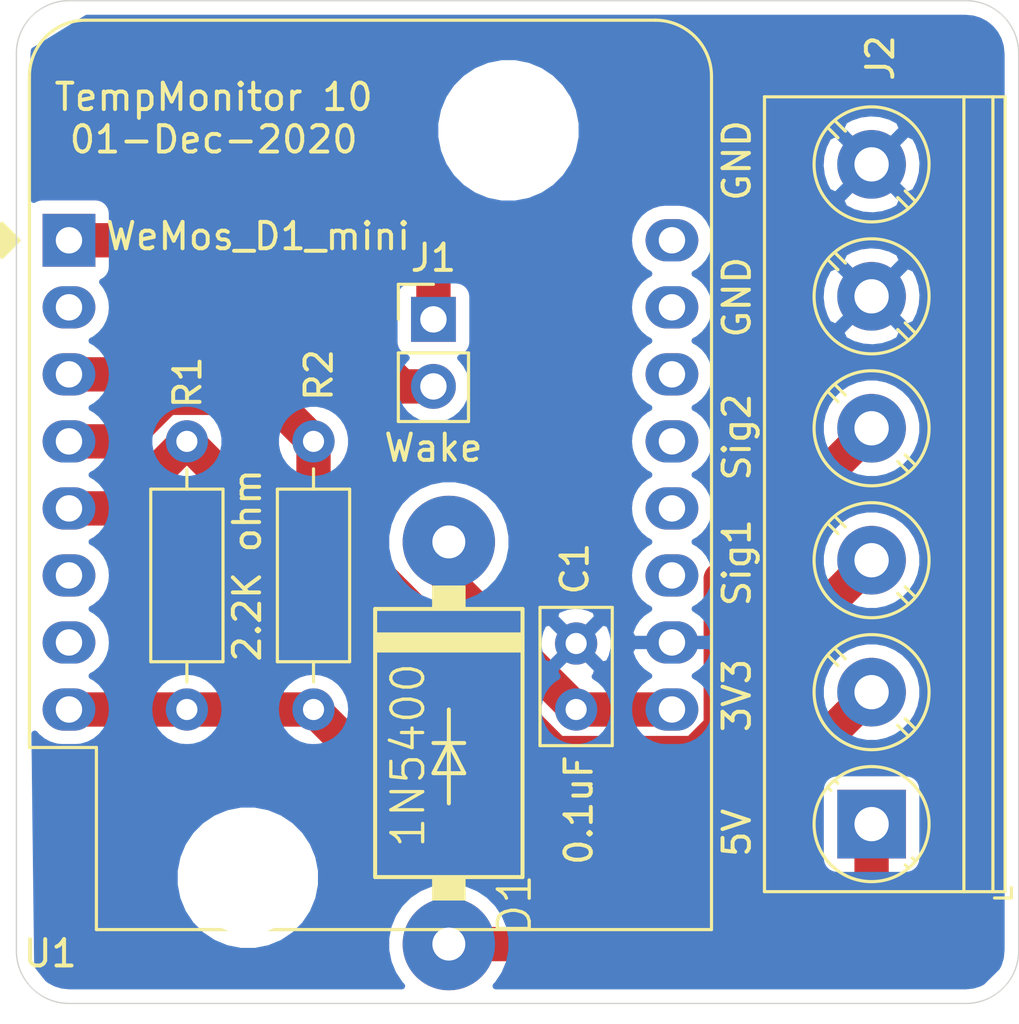
<source format=kicad_pcb>
(kicad_pcb (version 20171130) (host pcbnew "(5.1.2)-2")

  (general
    (thickness 1.6)
    (drawings 15)
    (tracks 39)
    (zones 0)
    (modules 9)
    (nets 18)
  )

  (page A4)
  (layers
    (0 F.Cu signal)
    (31 B.Cu signal)
    (32 B.Adhes user)
    (33 F.Adhes user)
    (34 B.Paste user)
    (35 F.Paste user)
    (36 B.SilkS user)
    (37 F.SilkS user)
    (38 B.Mask user)
    (39 F.Mask user)
    (40 Dwgs.User user)
    (41 Cmts.User user)
    (42 Eco1.User user)
    (43 Eco2.User user)
    (44 Edge.Cuts user)
    (45 Margin user)
    (46 B.CrtYd user)
    (47 F.CrtYd user)
    (48 B.Fab user)
    (49 F.Fab user)
  )

  (setup
    (last_trace_width 1.3)
    (user_trace_width 1.27)
    (user_trace_width 2.032)
    (trace_clearance 0.2)
    (zone_clearance 0.508)
    (zone_45_only no)
    (trace_min 0.2)
    (via_size 0.8)
    (via_drill 0.4)
    (via_min_size 0.4)
    (via_min_drill 0.3)
    (uvia_size 0.3)
    (uvia_drill 0.1)
    (uvias_allowed no)
    (uvia_min_size 0.2)
    (uvia_min_drill 0.1)
    (edge_width 0.05)
    (segment_width 0.2)
    (pcb_text_width 0.3)
    (pcb_text_size 1.5 1.5)
    (mod_edge_width 0.12)
    (mod_text_size 1 1)
    (mod_text_width 0.15)
    (pad_size 1.524 1.524)
    (pad_drill 0.762)
    (pad_to_mask_clearance 0.051)
    (solder_mask_min_width 0.25)
    (aux_axis_origin 0 0)
    (visible_elements 7FFFEFFF)
    (pcbplotparams
      (layerselection 0x010fc_ffffffff)
      (usegerberextensions false)
      (usegerberattributes false)
      (usegerberadvancedattributes false)
      (creategerberjobfile false)
      (excludeedgelayer true)
      (linewidth 0.100000)
      (plotframeref false)
      (viasonmask false)
      (mode 1)
      (useauxorigin false)
      (hpglpennumber 1)
      (hpglpenspeed 20)
      (hpglpendiameter 15.000000)
      (psnegative false)
      (psa4output false)
      (plotreference true)
      (plotvalue true)
      (plotinvisibletext false)
      (padsonsilk false)
      (subtractmaskfromsilk false)
      (outputformat 1)
      (mirror false)
      (drillshape 0)
      (scaleselection 1)
      (outputdirectory "Gerbers/"))
  )

  (net 0 "")
  (net 1 GND)
  (net 2 "Net-(C1-Pad1)")
  (net 3 "Net-(J1-Pad2)")
  (net 4 "Net-(J1-Pad1)")
  (net 5 "Net-(U1-Pad16)")
  (net 6 "Net-(U1-Pad15)")
  (net 7 "Net-(U1-Pad14)")
  (net 8 "Net-(U1-Pad13)")
  (net 9 "Net-(U1-Pad12)")
  (net 10 "Net-(U1-Pad11)")
  (net 11 "Net-(U1-Pad7)")
  (net 12 "Net-(U1-Pad2)")
  (net 13 "Net-(D1-PadA)")
  (net 14 "Net-(U1-Pad6)")
  (net 15 "Net-(J2-Pad4)")
  (net 16 "Net-(J2-Pad3)")
  (net 17 "Net-(J2-Pad2)")

  (net_class Default "This is the default net class."
    (clearance 0.2)
    (trace_width 1.3)
    (via_dia 0.8)
    (via_drill 0.4)
    (uvia_dia 0.3)
    (uvia_drill 0.1)
    (add_net GND)
    (add_net "Net-(C1-Pad1)")
    (add_net "Net-(D1-PadA)")
    (add_net "Net-(J1-Pad1)")
    (add_net "Net-(J1-Pad2)")
    (add_net "Net-(J2-Pad2)")
    (add_net "Net-(J2-Pad3)")
    (add_net "Net-(J2-Pad4)")
    (add_net "Net-(U1-Pad11)")
    (add_net "Net-(U1-Pad12)")
    (add_net "Net-(U1-Pad13)")
    (add_net "Net-(U1-Pad14)")
    (add_net "Net-(U1-Pad15)")
    (add_net "Net-(U1-Pad16)")
    (add_net "Net-(U1-Pad2)")
    (add_net "Net-(U1-Pad6)")
    (add_net "Net-(U1-Pad7)")
  )

  (module Resistor_THT:R_Axial_DIN0207_L6.3mm_D2.5mm_P10.16mm_Horizontal (layer F.Cu) (tedit 5AE5139B) (tstamp 5FC71CBE)
    (at 61.2648 66.7004 270)
    (descr "Resistor, Axial_DIN0207 series, Axial, Horizontal, pin pitch=10.16mm, 0.25W = 1/4W, length*diameter=6.3*2.5mm^2, http://cdn-reichelt.de/documents/datenblatt/B400/1_4W%23YAG.pdf")
    (tags "Resistor Axial_DIN0207 series Axial Horizontal pin pitch 10.16mm 0.25W = 1/4W length 6.3mm diameter 2.5mm")
    (path /5FC85AF0)
    (fp_text reference R2 (at -2.5146 -0.2032 90) (layer F.SilkS)
      (effects (font (size 1 1) (thickness 0.15)))
    )
    (fp_text value "2.2K ohm" (at 4.699 2.5146 90) (layer F.SilkS)
      (effects (font (size 1 1) (thickness 0.15)))
    )
    (fp_text user %R (at 5.08 0 90) (layer F.Fab)
      (effects (font (size 1 1) (thickness 0.15)))
    )
    (fp_line (start 11.21 -1.5) (end -1.05 -1.5) (layer F.CrtYd) (width 0.05))
    (fp_line (start 11.21 1.5) (end 11.21 -1.5) (layer F.CrtYd) (width 0.05))
    (fp_line (start -1.05 1.5) (end 11.21 1.5) (layer F.CrtYd) (width 0.05))
    (fp_line (start -1.05 -1.5) (end -1.05 1.5) (layer F.CrtYd) (width 0.05))
    (fp_line (start 9.12 0) (end 8.35 0) (layer F.SilkS) (width 0.12))
    (fp_line (start 1.04 0) (end 1.81 0) (layer F.SilkS) (width 0.12))
    (fp_line (start 8.35 -1.37) (end 1.81 -1.37) (layer F.SilkS) (width 0.12))
    (fp_line (start 8.35 1.37) (end 8.35 -1.37) (layer F.SilkS) (width 0.12))
    (fp_line (start 1.81 1.37) (end 8.35 1.37) (layer F.SilkS) (width 0.12))
    (fp_line (start 1.81 -1.37) (end 1.81 1.37) (layer F.SilkS) (width 0.12))
    (fp_line (start 10.16 0) (end 8.23 0) (layer F.Fab) (width 0.1))
    (fp_line (start 0 0) (end 1.93 0) (layer F.Fab) (width 0.1))
    (fp_line (start 8.23 -1.25) (end 1.93 -1.25) (layer F.Fab) (width 0.1))
    (fp_line (start 8.23 1.25) (end 8.23 -1.25) (layer F.Fab) (width 0.1))
    (fp_line (start 1.93 1.25) (end 8.23 1.25) (layer F.Fab) (width 0.1))
    (fp_line (start 1.93 -1.25) (end 1.93 1.25) (layer F.Fab) (width 0.1))
    (pad 2 thru_hole oval (at 10.16 0 270) (size 1.6 1.6) (drill 0.8) (layers *.Cu *.Mask)
      (net 17 "Net-(J2-Pad2)"))
    (pad 1 thru_hole circle (at 0 0 270) (size 1.6 1.6) (drill 0.8) (layers *.Cu *.Mask)
      (net 15 "Net-(J2-Pad4)"))
    (model ${KISYS3DMOD}/Resistor_THT.3dshapes/R_Axial_DIN0207_L6.3mm_D2.5mm_P10.16mm_Horizontal.wrl
      (at (xyz 0 0 0))
      (scale (xyz 1 1 1))
      (rotate (xyz 0 0 0))
    )
  )

  (module TerminalBlock_Phoenix:TerminalBlock_Phoenix_PT-1,5-6-5.0-H_1x06_P5.00mm_Horizontal (layer F.Cu) (tedit 5B294F6B) (tstamp 5FC71C7B)
    (at 82.423 81.2038 90)
    (descr "Terminal Block Phoenix PT-1,5-6-5.0-H, 6 pins, pitch 5mm, size 30x9mm^2, drill diamater 1.3mm, pad diameter 2.6mm, see http://www.mouser.com/ds/2/324/ItemDetail_1935161-922578.pdf, script-generated using https://github.com/pointhi/kicad-footprint-generator/scripts/TerminalBlock_Phoenix")
    (tags "THT Terminal Block Phoenix PT-1,5-6-5.0-H pitch 5mm size 30x9mm^2 drill 1.3mm pad 2.6mm")
    (path /5FC837A8)
    (fp_text reference J2 (at 29.0322 0.3302 90) (layer F.SilkS)
      (effects (font (size 1 1) (thickness 0.15)))
    )
    (fp_text value Screw_Terminal_01x06 (at 12.2682 4.1402 90) (layer F.Fab)
      (effects (font (size 1 1) (thickness 0.15)))
    )
    (fp_text user %R (at 12.5 2.9 90) (layer F.Fab)
      (effects (font (size 1 1) (thickness 0.15)))
    )
    (fp_line (start 28 -4.5) (end -3 -4.5) (layer F.CrtYd) (width 0.05))
    (fp_line (start 28 5.5) (end 28 -4.5) (layer F.CrtYd) (width 0.05))
    (fp_line (start -3 5.5) (end 28 5.5) (layer F.CrtYd) (width 0.05))
    (fp_line (start -3 -4.5) (end -3 5.5) (layer F.CrtYd) (width 0.05))
    (fp_line (start -2.8 5.3) (end -2.4 5.3) (layer F.SilkS) (width 0.12))
    (fp_line (start -2.8 4.66) (end -2.8 5.3) (layer F.SilkS) (width 0.12))
    (fp_line (start 23.742 0.992) (end 23.347 1.388) (layer F.SilkS) (width 0.12))
    (fp_line (start 26.388 -1.654) (end 26.008 -1.274) (layer F.SilkS) (width 0.12))
    (fp_line (start 23.993 1.274) (end 23.613 1.654) (layer F.SilkS) (width 0.12))
    (fp_line (start 26.654 -1.388) (end 26.259 -0.992) (layer F.SilkS) (width 0.12))
    (fp_line (start 26.273 -1.517) (end 23.484 1.273) (layer F.Fab) (width 0.1))
    (fp_line (start 26.517 -1.273) (end 23.728 1.517) (layer F.Fab) (width 0.1))
    (fp_line (start 18.742 0.992) (end 18.347 1.388) (layer F.SilkS) (width 0.12))
    (fp_line (start 21.388 -1.654) (end 21.008 -1.274) (layer F.SilkS) (width 0.12))
    (fp_line (start 18.993 1.274) (end 18.613 1.654) (layer F.SilkS) (width 0.12))
    (fp_line (start 21.654 -1.388) (end 21.259 -0.992) (layer F.SilkS) (width 0.12))
    (fp_line (start 21.273 -1.517) (end 18.484 1.273) (layer F.Fab) (width 0.1))
    (fp_line (start 21.517 -1.273) (end 18.728 1.517) (layer F.Fab) (width 0.1))
    (fp_line (start 13.742 0.992) (end 13.347 1.388) (layer F.SilkS) (width 0.12))
    (fp_line (start 16.388 -1.654) (end 16.008 -1.274) (layer F.SilkS) (width 0.12))
    (fp_line (start 13.993 1.274) (end 13.613 1.654) (layer F.SilkS) (width 0.12))
    (fp_line (start 16.654 -1.388) (end 16.259 -0.992) (layer F.SilkS) (width 0.12))
    (fp_line (start 16.273 -1.517) (end 13.484 1.273) (layer F.Fab) (width 0.1))
    (fp_line (start 16.517 -1.273) (end 13.728 1.517) (layer F.Fab) (width 0.1))
    (fp_line (start 8.742 0.992) (end 8.347 1.388) (layer F.SilkS) (width 0.12))
    (fp_line (start 11.388 -1.654) (end 11.008 -1.274) (layer F.SilkS) (width 0.12))
    (fp_line (start 8.993 1.274) (end 8.613 1.654) (layer F.SilkS) (width 0.12))
    (fp_line (start 11.654 -1.388) (end 11.259 -0.992) (layer F.SilkS) (width 0.12))
    (fp_line (start 11.273 -1.517) (end 8.484 1.273) (layer F.Fab) (width 0.1))
    (fp_line (start 11.517 -1.273) (end 8.728 1.517) (layer F.Fab) (width 0.1))
    (fp_line (start 3.742 0.992) (end 3.347 1.388) (layer F.SilkS) (width 0.12))
    (fp_line (start 6.388 -1.654) (end 6.008 -1.274) (layer F.SilkS) (width 0.12))
    (fp_line (start 3.993 1.274) (end 3.613 1.654) (layer F.SilkS) (width 0.12))
    (fp_line (start 6.654 -1.388) (end 6.259 -0.992) (layer F.SilkS) (width 0.12))
    (fp_line (start 6.273 -1.517) (end 3.484 1.273) (layer F.Fab) (width 0.1))
    (fp_line (start 6.517 -1.273) (end 3.728 1.517) (layer F.Fab) (width 0.1))
    (fp_line (start -1.548 1.281) (end -1.654 1.388) (layer F.SilkS) (width 0.12))
    (fp_line (start 1.388 -1.654) (end 1.281 -1.547) (layer F.SilkS) (width 0.12))
    (fp_line (start -1.282 1.547) (end -1.388 1.654) (layer F.SilkS) (width 0.12))
    (fp_line (start 1.654 -1.388) (end 1.547 -1.281) (layer F.SilkS) (width 0.12))
    (fp_line (start 1.273 -1.517) (end -1.517 1.273) (layer F.Fab) (width 0.1))
    (fp_line (start 1.517 -1.273) (end -1.273 1.517) (layer F.Fab) (width 0.1))
    (fp_line (start 27.56 -4.06) (end 27.56 5.06) (layer F.SilkS) (width 0.12))
    (fp_line (start -2.56 -4.06) (end -2.56 5.06) (layer F.SilkS) (width 0.12))
    (fp_line (start -2.56 5.06) (end 27.56 5.06) (layer F.SilkS) (width 0.12))
    (fp_line (start -2.56 -4.06) (end 27.56 -4.06) (layer F.SilkS) (width 0.12))
    (fp_line (start -2.56 3.5) (end 27.56 3.5) (layer F.SilkS) (width 0.12))
    (fp_line (start -2.5 3.5) (end 27.5 3.5) (layer F.Fab) (width 0.1))
    (fp_line (start -2.56 4.6) (end 27.56 4.6) (layer F.SilkS) (width 0.12))
    (fp_line (start -2.5 4.6) (end 27.5 4.6) (layer F.Fab) (width 0.1))
    (fp_line (start -2.5 4.6) (end -2.5 -4) (layer F.Fab) (width 0.1))
    (fp_line (start -2.1 5) (end -2.5 4.6) (layer F.Fab) (width 0.1))
    (fp_line (start 27.5 5) (end -2.1 5) (layer F.Fab) (width 0.1))
    (fp_line (start 27.5 -4) (end 27.5 5) (layer F.Fab) (width 0.1))
    (fp_line (start -2.5 -4) (end 27.5 -4) (layer F.Fab) (width 0.1))
    (fp_circle (center 25 0) (end 27.18 0) (layer F.SilkS) (width 0.12))
    (fp_circle (center 25 0) (end 27 0) (layer F.Fab) (width 0.1))
    (fp_circle (center 20 0) (end 22.18 0) (layer F.SilkS) (width 0.12))
    (fp_circle (center 20 0) (end 22 0) (layer F.Fab) (width 0.1))
    (fp_circle (center 15 0) (end 17.18 0) (layer F.SilkS) (width 0.12))
    (fp_circle (center 15 0) (end 17 0) (layer F.Fab) (width 0.1))
    (fp_circle (center 10 0) (end 12.18 0) (layer F.SilkS) (width 0.12))
    (fp_circle (center 10 0) (end 12 0) (layer F.Fab) (width 0.1))
    (fp_circle (center 5 0) (end 7.18 0) (layer F.SilkS) (width 0.12))
    (fp_circle (center 5 0) (end 7 0) (layer F.Fab) (width 0.1))
    (fp_circle (center 0 0) (end 2.18 0) (layer F.SilkS) (width 0.12))
    (fp_circle (center 0 0) (end 2 0) (layer F.Fab) (width 0.1))
    (pad 6 thru_hole circle (at 25 0 90) (size 2.6 2.6) (drill 1.3) (layers *.Cu *.Mask)
      (net 1 GND))
    (pad 5 thru_hole circle (at 20 0 90) (size 2.6 2.6) (drill 1.3) (layers *.Cu *.Mask)
      (net 1 GND))
    (pad 4 thru_hole circle (at 15 0 90) (size 2.6 2.6) (drill 1.3) (layers *.Cu *.Mask)
      (net 15 "Net-(J2-Pad4)"))
    (pad 3 thru_hole circle (at 10 0 90) (size 2.6 2.6) (drill 1.3) (layers *.Cu *.Mask)
      (net 16 "Net-(J2-Pad3)"))
    (pad 2 thru_hole circle (at 5 0 90) (size 2.6 2.6) (drill 1.3) (layers *.Cu *.Mask)
      (net 17 "Net-(J2-Pad2)"))
    (pad 1 thru_hole rect (at 0 0 90) (size 2.6 2.6) (drill 1.3) (layers *.Cu *.Mask)
      (net 13 "Net-(D1-PadA)"))
    (model ${KISYS3DMOD}/TerminalBlock_Phoenix.3dshapes/TerminalBlock_Phoenix_PT-1,5-6-5.0-H_1x06_P5.00mm_Horizontal.wrl
      (at (xyz 0 0 0))
      (scale (xyz 1 1 1))
      (rotate (xyz 0 0 0))
    )
  )

  (module AAAlibrary:1N5400 (layer F.Cu) (tedit 5DFAB2C1) (tstamp 5FC7078D)
    (at 66.3956 78.1304 270)
    (descr "<B>DIODE</B><p>\ndiameter 5.6 mm, horizontal, grid 15.24 mm")
    (path /5FC7B5C9)
    (fp_text reference D1 (at 4.8768 -3.2004 90) (layer F.SilkS)
      (effects (font (size 1.2065 1.2065) (thickness 0.127)) (justify right bottom))
    )
    (fp_text value 1N5400 (at -3.1242 0.8382 90) (layer F.SilkS)
      (effects (font (size 1.2065 1.2065) (thickness 0.127)) (justify right bottom))
    )
    (fp_line (start -1.27 0) (end 0 0) (layer F.SilkS) (width 0.1524))
    (fp_line (start 0 -0.5842) (end 0 0) (layer F.SilkS) (width 0.1524))
    (fp_line (start 0 0) (end 1.143 -0.5842) (layer F.SilkS) (width 0.1524))
    (fp_line (start 1.143 -0.5842) (end 1.143 0.5842) (layer F.SilkS) (width 0.1524))
    (fp_line (start 1.143 0.5842) (end 0 0) (layer F.SilkS) (width 0.1524))
    (fp_line (start 0 0) (end 2.286 0) (layer F.SilkS) (width 0.1524))
    (fp_line (start 0 0) (end 0 0.5842) (layer F.SilkS) (width 0.1524))
    (fp_line (start -5.08 2.794) (end -5.08 -2.794) (layer F.SilkS) (width 0.1524))
    (fp_line (start 5.08 -2.794) (end 5.08 2.794) (layer F.SilkS) (width 0.1524))
    (fp_line (start -5.08 -2.794) (end 5.08 -2.794) (layer F.SilkS) (width 0.1524))
    (fp_line (start 5.08 2.794) (end -5.08 2.794) (layer F.SilkS) (width 0.1524))
    (fp_line (start 7.62 0) (end 6.223 0) (layer F.Fab) (width 1.27))
    (fp_line (start -7.62 0) (end -6.223 0) (layer F.Fab) (width 1.27))
    (fp_poly (pts (xy -4.191 2.794) (xy -3.429 2.794) (xy -3.429 -2.794) (xy -4.191 -2.794)) (layer F.SilkS) (width 0))
    (fp_poly (pts (xy -5.969 0.635) (xy -5.08 0.635) (xy -5.08 -0.635) (xy -5.969 -0.635)) (layer F.SilkS) (width 0))
    (fp_poly (pts (xy 5.08 0.635) (xy 5.969 0.635) (xy 5.969 -0.635) (xy 5.08 -0.635)) (layer F.SilkS) (width 0))
    (pad C thru_hole circle (at -7.62 0 270) (size 3.5 3.5) (drill 1.25) (layers *.Cu *.Mask)
      (net 2 "Net-(C1-Pad1)") (solder_mask_margin 0.1016))
    (pad A thru_hole circle (at 7.62 0 270) (size 3.5 3.5) (drill 1.25) (layers *.Cu *.Mask)
      (net 13 "Net-(D1-PadA)") (solder_mask_margin 0.1016))
  )

  (module MountingHole:MountingHole_4.3mm_M4 (layer F.Cu) (tedit 56D1B4CB) (tstamp 5FC7007E)
    (at 58.7756 83.2358)
    (descr "Mounting Hole 4.3mm, no annular, M4")
    (tags "mounting hole 4.3mm no annular m4")
    (attr virtual)
    (fp_text reference "" (at 0 -5.3) (layer F.SilkS) hide
      (effects (font (size 1 1) (thickness 0.15)))
    )
    (fp_text value "" (at 0 5.3) (layer F.Fab)
      (effects (font (size 1 1) (thickness 0.15)))
    )
    (fp_circle (center 0 0) (end 4.55 0) (layer F.CrtYd) (width 0.05))
    (fp_circle (center 0 0) (end 4.3 0) (layer Cmts.User) (width 0.15))
    (fp_text user %R (at 0.3 0) (layer F.Fab)
      (effects (font (size 1 1) (thickness 0.15)))
    )
    (pad 1 np_thru_hole circle (at 0 0) (size 4.3 4.3) (drill 4.3) (layers *.Cu *.Mask))
  )

  (module Connector_PinHeader_2.54mm:PinHeader_1x02_P2.54mm_Vertical (layer F.Cu) (tedit 59FED5CC) (tstamp 5FC6F9F9)
    (at 65.8114 62.0776)
    (descr "Through hole straight pin header, 1x02, 2.54mm pitch, single row")
    (tags "Through hole pin header THT 1x02 2.54mm single row")
    (path /5FBEBF68)
    (fp_text reference J1 (at 0 -2.33) (layer F.SilkS)
      (effects (font (size 1 1) (thickness 0.15)))
    )
    (fp_text value Wake (at 0 4.87) (layer F.SilkS)
      (effects (font (size 1 1) (thickness 0.15)))
    )
    (fp_text user %R (at 0 1.27 90) (layer F.Fab)
      (effects (font (size 1 1) (thickness 0.15)))
    )
    (fp_line (start 1.8 -1.8) (end -1.8 -1.8) (layer F.CrtYd) (width 0.05))
    (fp_line (start 1.8 4.35) (end 1.8 -1.8) (layer F.CrtYd) (width 0.05))
    (fp_line (start -1.8 4.35) (end 1.8 4.35) (layer F.CrtYd) (width 0.05))
    (fp_line (start -1.8 -1.8) (end -1.8 4.35) (layer F.CrtYd) (width 0.05))
    (fp_line (start -1.33 -1.33) (end 0 -1.33) (layer F.SilkS) (width 0.12))
    (fp_line (start -1.33 0) (end -1.33 -1.33) (layer F.SilkS) (width 0.12))
    (fp_line (start -1.33 1.27) (end 1.33 1.27) (layer F.SilkS) (width 0.12))
    (fp_line (start 1.33 1.27) (end 1.33 3.87) (layer F.SilkS) (width 0.12))
    (fp_line (start -1.33 1.27) (end -1.33 3.87) (layer F.SilkS) (width 0.12))
    (fp_line (start -1.33 3.87) (end 1.33 3.87) (layer F.SilkS) (width 0.12))
    (fp_line (start -1.27 -0.635) (end -0.635 -1.27) (layer F.Fab) (width 0.1))
    (fp_line (start -1.27 3.81) (end -1.27 -0.635) (layer F.Fab) (width 0.1))
    (fp_line (start 1.27 3.81) (end -1.27 3.81) (layer F.Fab) (width 0.1))
    (fp_line (start 1.27 -1.27) (end 1.27 3.81) (layer F.Fab) (width 0.1))
    (fp_line (start -0.635 -1.27) (end 1.27 -1.27) (layer F.Fab) (width 0.1))
    (pad 2 thru_hole oval (at 0 2.54) (size 1.7 1.7) (drill 1) (layers *.Cu *.Mask)
      (net 3 "Net-(J1-Pad2)"))
    (pad 1 thru_hole rect (at 0 0) (size 1.7 1.7) (drill 1) (layers *.Cu *.Mask)
      (net 4 "Net-(J1-Pad1)"))
    (model ${KISYS3DMOD}/Connector_PinHeader_2.54mm.3dshapes/PinHeader_1x02_P2.54mm_Vertical.wrl
      (at (xyz 0 0 0))
      (scale (xyz 1 1 1))
      (rotate (xyz 0 0 0))
    )
  )

  (module Resistor_THT:R_Axial_DIN0207_L6.3mm_D2.5mm_P10.16mm_Horizontal (layer F.Cu) (tedit 5AE5139B) (tstamp 5FC5F80A)
    (at 56.4642 66.7004 270)
    (descr "Resistor, Axial_DIN0207 series, Axial, Horizontal, pin pitch=10.16mm, 0.25W = 1/4W, length*diameter=6.3*2.5mm^2, http://cdn-reichelt.de/documents/datenblatt/B400/1_4W%23YAG.pdf")
    (tags "Resistor Axial_DIN0207 series Axial Horizontal pin pitch 10.16mm 0.25W = 1/4W length 6.3mm diameter 2.5mm")
    (path /5E979D41)
    (fp_text reference R1 (at -2.2352 -0.0254 90) (layer F.SilkS)
      (effects (font (size 1 1) (thickness 0.15)))
    )
    (fp_text value "2.2K ohm" (at 4.7244 2.37 90) (layer F.Fab)
      (effects (font (size 1 1) (thickness 0.15)))
    )
    (fp_text user %R (at 5.08 0 90) (layer F.Fab)
      (effects (font (size 1 1) (thickness 0.15)))
    )
    (fp_line (start 11.21 -1.5) (end -1.05 -1.5) (layer F.CrtYd) (width 0.05))
    (fp_line (start 11.21 1.5) (end 11.21 -1.5) (layer F.CrtYd) (width 0.05))
    (fp_line (start -1.05 1.5) (end 11.21 1.5) (layer F.CrtYd) (width 0.05))
    (fp_line (start -1.05 -1.5) (end -1.05 1.5) (layer F.CrtYd) (width 0.05))
    (fp_line (start 9.12 0) (end 8.35 0) (layer F.SilkS) (width 0.12))
    (fp_line (start 1.04 0) (end 1.81 0) (layer F.SilkS) (width 0.12))
    (fp_line (start 8.35 -1.37) (end 1.81 -1.37) (layer F.SilkS) (width 0.12))
    (fp_line (start 8.35 1.37) (end 8.35 -1.37) (layer F.SilkS) (width 0.12))
    (fp_line (start 1.81 1.37) (end 8.35 1.37) (layer F.SilkS) (width 0.12))
    (fp_line (start 1.81 -1.37) (end 1.81 1.37) (layer F.SilkS) (width 0.12))
    (fp_line (start 10.16 0) (end 8.23 0) (layer F.Fab) (width 0.1))
    (fp_line (start 0 0) (end 1.93 0) (layer F.Fab) (width 0.1))
    (fp_line (start 8.23 -1.25) (end 1.93 -1.25) (layer F.Fab) (width 0.1))
    (fp_line (start 8.23 1.25) (end 8.23 -1.25) (layer F.Fab) (width 0.1))
    (fp_line (start 1.93 1.25) (end 8.23 1.25) (layer F.Fab) (width 0.1))
    (fp_line (start 1.93 -1.25) (end 1.93 1.25) (layer F.Fab) (width 0.1))
    (pad 2 thru_hole oval (at 10.16 0 270) (size 1.6 1.6) (drill 0.8) (layers *.Cu *.Mask)
      (net 17 "Net-(J2-Pad2)"))
    (pad 1 thru_hole circle (at 0 0 270) (size 1.6 1.6) (drill 0.8) (layers *.Cu *.Mask)
      (net 16 "Net-(J2-Pad3)"))
    (model ${KISYS3DMOD}/Resistor_THT.3dshapes/R_Axial_DIN0207_L6.3mm_D2.5mm_P10.16mm_Horizontal.wrl
      (at (xyz 0 0 0))
      (scale (xyz 1 1 1))
      (rotate (xyz 0 0 0))
    )
  )

  (module Module:WEMOS_D1_mini_light (layer F.Cu) (tedit 5BBFB1CE) (tstamp 5FBDF3E4)
    (at 51.9938 59.0804)
    (descr "16-pin module, column spacing 22.86 mm (900 mils), https://wiki.wemos.cc/products:d1:d1_mini, https://c1.staticflickr.com/1/734/31400410271_f278b087db_z.jpg")
    (tags "ESP8266 WiFi microcontroller")
    (path /5FC00F87)
    (fp_text reference U1 (at -0.7112 27.0256) (layer F.SilkS)
      (effects (font (size 1 1) (thickness 0.15)))
    )
    (fp_text value WeMos_D1_mini (at 7.1628 -0.1524) (layer F.SilkS)
      (effects (font (size 1 1) (thickness 0.15)))
    )
    (fp_text user "No copper" (at 11.43 -3.81) (layer Cmts.User)
      (effects (font (size 1 1) (thickness 0.15)))
    )
    (fp_text user "KEEP OUT" (at 11.43 -6.35) (layer Cmts.User)
      (effects (font (size 1 1) (thickness 0.15)))
    )
    (fp_arc (start 22.23 -6.21) (end 24.36 -6.21) (angle -90) (layer F.SilkS) (width 0.12))
    (fp_arc (start 0.63 -6.21) (end 0.63 -8.34) (angle -90) (layer F.SilkS) (width 0.12))
    (fp_line (start 1.04 19.22) (end 1.04 26.12) (layer F.SilkS) (width 0.12))
    (fp_line (start -1.5 19.22) (end 1.04 19.22) (layer F.SilkS) (width 0.12))
    (fp_arc (start 22.23 -6.21) (end 24.23 -6.19) (angle -90) (layer F.Fab) (width 0.1))
    (fp_arc (start 0.63 -6.21) (end 0.63 -8.21) (angle -90) (layer F.Fab) (width 0.1))
    (fp_line (start -0.37 0) (end -1.37 -1) (layer F.Fab) (width 0.1))
    (fp_line (start -1.37 1) (end -0.37 0) (layer F.Fab) (width 0.1))
    (fp_line (start -1.37 -6.21) (end -1.37 -1) (layer F.Fab) (width 0.1))
    (fp_line (start 1.17 19.09) (end 1.17 25.99) (layer F.Fab) (width 0.1))
    (fp_line (start -1.37 19.09) (end 1.17 19.09) (layer F.Fab) (width 0.1))
    (fp_line (start -1.35 -7.4) (end -0.55 -8.2) (layer Dwgs.User) (width 0.1))
    (fp_line (start -1.3 -5.45) (end 1.45 -8.2) (layer Dwgs.User) (width 0.1))
    (fp_line (start -1.35 -3.4) (end 3.45 -8.2) (layer Dwgs.User) (width 0.1))
    (fp_line (start 22.65 -1.4) (end 24.25 -3) (layer Dwgs.User) (width 0.1))
    (fp_line (start 20.65 -1.4) (end 24.25 -5) (layer Dwgs.User) (width 0.1))
    (fp_line (start 18.65 -1.4) (end 24.25 -7) (layer Dwgs.User) (width 0.1))
    (fp_line (start 16.65 -1.4) (end 23.45 -8.2) (layer Dwgs.User) (width 0.1))
    (fp_line (start 14.65 -1.4) (end 21.45 -8.2) (layer Dwgs.User) (width 0.1))
    (fp_line (start 12.65 -1.4) (end 19.45 -8.2) (layer Dwgs.User) (width 0.1))
    (fp_line (start 10.65 -1.4) (end 17.45 -8.2) (layer Dwgs.User) (width 0.1))
    (fp_line (start 8.65 -1.4) (end 15.45 -8.2) (layer Dwgs.User) (width 0.1))
    (fp_line (start 6.65 -1.4) (end 13.45 -8.2) (layer Dwgs.User) (width 0.1))
    (fp_line (start 4.65 -1.4) (end 11.45 -8.2) (layer Dwgs.User) (width 0.1))
    (fp_line (start 2.65 -1.4) (end 9.45 -8.2) (layer Dwgs.User) (width 0.1))
    (fp_line (start 0.65 -1.4) (end 7.45 -8.2) (layer Dwgs.User) (width 0.1))
    (fp_line (start -1.35 -1.4) (end 5.45 -8.2) (layer Dwgs.User) (width 0.1))
    (fp_line (start -1.35 -8.2) (end -1.35 -1.4) (layer Dwgs.User) (width 0.1))
    (fp_line (start 24.25 -8.2) (end -1.35 -8.2) (layer Dwgs.User) (width 0.1))
    (fp_line (start 24.25 -1.4) (end 24.25 -8.2) (layer Dwgs.User) (width 0.1))
    (fp_line (start -1.35 -1.4) (end 24.25 -1.4) (layer Dwgs.User) (width 0.1))
    (fp_poly (pts (xy -2.54 -0.635) (xy -2.54 0.635) (xy -1.905 0)) (layer F.SilkS) (width 0.15))
    (fp_line (start -1.62 26.24) (end -1.62 -8.46) (layer F.CrtYd) (width 0.05))
    (fp_line (start 24.48 26.24) (end -1.62 26.24) (layer F.CrtYd) (width 0.05))
    (fp_line (start 24.48 -8.41) (end 24.48 26.24) (layer F.CrtYd) (width 0.05))
    (fp_line (start -1.62 -8.46) (end 24.48 -8.46) (layer F.CrtYd) (width 0.05))
    (fp_text user %R (at 20.3708 3.0734) (layer F.Fab)
      (effects (font (size 1 1) (thickness 0.15)))
    )
    (fp_line (start -1.37 1) (end -1.37 19.09) (layer F.Fab) (width 0.1))
    (fp_line (start 22.23 -8.21) (end 0.63 -8.21) (layer F.Fab) (width 0.1))
    (fp_line (start 24.23 25.99) (end 24.23 -6.21) (layer F.Fab) (width 0.1))
    (fp_line (start 1.17 25.99) (end 24.23 25.99) (layer F.Fab) (width 0.1))
    (fp_line (start 22.24 -8.34) (end 0.63 -8.34) (layer F.SilkS) (width 0.12))
    (fp_line (start 24.36 26.12) (end 24.36 -6.21) (layer F.SilkS) (width 0.12))
    (fp_line (start -1.5 19.22) (end -1.5 -6.21) (layer F.SilkS) (width 0.12))
    (fp_line (start 1.04 26.12) (end 24.36 26.12) (layer F.SilkS) (width 0.12))
    (pad 16 thru_hole oval (at 22.86 0) (size 2 1.6) (drill 1) (layers *.Cu *.Mask)
      (net 5 "Net-(U1-Pad16)"))
    (pad 15 thru_hole oval (at 22.86 2.54) (size 2 1.6) (drill 1) (layers *.Cu *.Mask)
      (net 6 "Net-(U1-Pad15)"))
    (pad 14 thru_hole oval (at 22.86 5.08) (size 2 1.6) (drill 1) (layers *.Cu *.Mask)
      (net 7 "Net-(U1-Pad14)"))
    (pad 13 thru_hole oval (at 22.86 7.62) (size 2 1.6) (drill 1) (layers *.Cu *.Mask)
      (net 8 "Net-(U1-Pad13)"))
    (pad 12 thru_hole oval (at 22.86 10.16) (size 2 1.6) (drill 1) (layers *.Cu *.Mask)
      (net 9 "Net-(U1-Pad12)"))
    (pad 11 thru_hole oval (at 22.86 12.7) (size 2 1.6) (drill 1) (layers *.Cu *.Mask)
      (net 10 "Net-(U1-Pad11)"))
    (pad 10 thru_hole oval (at 22.86 15.24) (size 2 1.6) (drill 1) (layers *.Cu *.Mask)
      (net 1 GND))
    (pad 9 thru_hole oval (at 22.86 17.78) (size 2 1.6) (drill 1) (layers *.Cu *.Mask)
      (net 2 "Net-(C1-Pad1)"))
    (pad 8 thru_hole oval (at 0 17.78) (size 2 1.6) (drill 1) (layers *.Cu *.Mask)
      (net 17 "Net-(J2-Pad2)"))
    (pad 7 thru_hole oval (at 0 15.24) (size 2 1.6) (drill 1) (layers *.Cu *.Mask)
      (net 11 "Net-(U1-Pad7)"))
    (pad 6 thru_hole oval (at 0 12.7) (size 2 1.6) (drill 1) (layers *.Cu *.Mask)
      (net 14 "Net-(U1-Pad6)"))
    (pad 5 thru_hole oval (at 0 10.16) (size 2 1.6) (drill 1) (layers *.Cu *.Mask)
      (net 16 "Net-(J2-Pad3)"))
    (pad 4 thru_hole oval (at 0 7.62) (size 2 1.6) (drill 1) (layers *.Cu *.Mask)
      (net 15 "Net-(J2-Pad4)"))
    (pad 3 thru_hole oval (at 0 5.08) (size 2 1.6) (drill 1) (layers *.Cu *.Mask)
      (net 3 "Net-(J1-Pad2)"))
    (pad 1 thru_hole rect (at 0 0) (size 2 2) (drill 1) (layers *.Cu *.Mask)
      (net 4 "Net-(J1-Pad1)"))
    (pad 2 thru_hole oval (at 0 2.54) (size 2 1.6) (drill 1) (layers *.Cu *.Mask)
      (net 12 "Net-(U1-Pad2)"))
    (model ${KISYS3DMOD}/Module.3dshapes/WEMOS_D1_mini_light.wrl
      (at (xyz 0 0 0))
      (scale (xyz 1 1 1))
      (rotate (xyz 0 0 0))
    )
    (model ${KISYS3DMOD}/Connector_PinHeader_2.54mm.3dshapes/PinHeader_1x08_P2.54mm_Vertical.wrl
      (offset (xyz 0 0 9.5))
      (scale (xyz 1 1 1))
      (rotate (xyz 0 -180 0))
    )
    (model ${KISYS3DMOD}/Connector_PinHeader_2.54mm.3dshapes/PinHeader_1x08_P2.54mm_Vertical.wrl
      (offset (xyz 22.86 0 9.5))
      (scale (xyz 1 1 1))
      (rotate (xyz 0 -180 0))
    )
    (model ${KISYS3DMOD}/Connector_PinSocket_2.54mm.3dshapes/PinSocket_1x08_P2.54mm_Vertical.wrl
      (at (xyz 0 0 0))
      (scale (xyz 1 1 1))
      (rotate (xyz 0 0 0))
    )
    (model ${KISYS3DMOD}/Connector_PinSocket_2.54mm.3dshapes/PinSocket_1x08_P2.54mm_Vertical.wrl
      (offset (xyz 22.86 0 0))
      (scale (xyz 1 1 1))
      (rotate (xyz 0 0 0))
    )
  )

  (module Capacitor_THT:C_Disc_D5.0mm_W2.5mm_P2.50mm (layer F.Cu) (tedit 5AE50EF0) (tstamp 5FA85AAB)
    (at 71.2216 76.8604 90)
    (descr "C, Disc series, Radial, pin pitch=2.50mm, , diameter*width=5*2.5mm^2, Capacitor, http://cdn-reichelt.de/documents/datenblatt/B300/DS_KERKO_TC.pdf")
    (tags "C Disc series Radial pin pitch 2.50mm  diameter 5mm width 2.5mm Capacitor")
    (path /5E0A401E)
    (fp_text reference C1 (at 5.334 -0.0508 90) (layer F.SilkS)
      (effects (font (size 1 1) (thickness 0.15)))
    )
    (fp_text value 0.1uF (at -3.81 0.1016 90) (layer F.SilkS)
      (effects (font (size 1 1) (thickness 0.15)))
    )
    (fp_text user %R (at 1.25 0 90) (layer F.Fab)
      (effects (font (size 1 1) (thickness 0.15)))
    )
    (fp_line (start 4 -1.5) (end -1.5 -1.5) (layer F.CrtYd) (width 0.05))
    (fp_line (start 4 1.5) (end 4 -1.5) (layer F.CrtYd) (width 0.05))
    (fp_line (start -1.5 1.5) (end 4 1.5) (layer F.CrtYd) (width 0.05))
    (fp_line (start -1.5 -1.5) (end -1.5 1.5) (layer F.CrtYd) (width 0.05))
    (fp_line (start 3.87 -1.37) (end 3.87 1.37) (layer F.SilkS) (width 0.12))
    (fp_line (start -1.37 -1.37) (end -1.37 1.37) (layer F.SilkS) (width 0.12))
    (fp_line (start -1.37 1.37) (end 3.87 1.37) (layer F.SilkS) (width 0.12))
    (fp_line (start -1.37 -1.37) (end 3.87 -1.37) (layer F.SilkS) (width 0.12))
    (fp_line (start 3.75 -1.25) (end -1.25 -1.25) (layer F.Fab) (width 0.1))
    (fp_line (start 3.75 1.25) (end 3.75 -1.25) (layer F.Fab) (width 0.1))
    (fp_line (start -1.25 1.25) (end 3.75 1.25) (layer F.Fab) (width 0.1))
    (fp_line (start -1.25 -1.25) (end -1.25 1.25) (layer F.Fab) (width 0.1))
    (pad 2 thru_hole circle (at 2.5 0 90) (size 1.6 1.6) (drill 0.8) (layers *.Cu *.Mask)
      (net 1 GND))
    (pad 1 thru_hole circle (at 0 0 90) (size 1.6 1.6) (drill 0.8) (layers *.Cu *.Mask)
      (net 2 "Net-(C1-Pad1)"))
    (model ${KISYS3DMOD}/Capacitor_THT.3dshapes/C_Disc_D5.0mm_W2.5mm_P2.50mm.wrl
      (at (xyz 0 0 0))
      (scale (xyz 1 1 1))
      (rotate (xyz 0 0 0))
    )
  )

  (module MountingHole:MountingHole_4.3mm_M4 (layer F.Cu) (tedit 56D1B4CB) (tstamp 5EBA22C1)
    (at 68.6562 54.9148)
    (descr "Mounting Hole 4.3mm, no annular, M4")
    (tags "mounting hole 4.3mm no annular m4")
    (attr virtual)
    (fp_text reference "" (at 0 -5.3) (layer F.SilkS) hide
      (effects (font (size 1 1) (thickness 0.15)))
    )
    (fp_text value "" (at 0 5.3) (layer F.Fab)
      (effects (font (size 1 1) (thickness 0.15)))
    )
    (fp_text user %R (at 0.3 0) (layer F.Fab)
      (effects (font (size 1 1) (thickness 0.15)))
    )
    (fp_circle (center 0 0) (end 4.3 0) (layer Cmts.User) (width 0.15))
    (fp_circle (center 0 0) (end 4.55 0) (layer F.CrtYd) (width 0.05))
    (pad 1 np_thru_hole circle (at 0 0) (size 4.3 4.3) (drill 4.3) (layers *.Cu *.Mask))
  )

  (gr_text Sig1 (at 77.3176 71.2978 90) (layer F.SilkS) (tstamp 5FC71E8B)
    (effects (font (size 1 1) (thickness 0.15)))
  )
  (gr_text 5V (at 77.3176 81.534 90) (layer F.SilkS) (tstamp 5FC70FC9)
    (effects (font (size 1 1) (thickness 0.15)))
  )
  (gr_text 3V3 (at 77.3176 76.327 90) (layer F.SilkS) (tstamp 5FC70FC5)
    (effects (font (size 1 1) (thickness 0.15)))
  )
  (gr_text Sig2 (at 77.3176 66.538755 90) (layer F.SilkS) (tstamp 5FC70FC1)
    (effects (font (size 1 1) (thickness 0.15)))
  )
  (gr_text GND (at 77.3176 61.238754 90) (layer F.SilkS) (tstamp 5FC70FBF)
    (effects (font (size 1 1) (thickness 0.15)))
  )
  (gr_text GND (at 77.3176 56.0578 90) (layer F.SilkS) (tstamp 5FA8BAE7)
    (effects (font (size 1 1) (thickness 0.15)))
  )
  (gr_arc (start 52 52) (end 52 50) (angle -90) (layer Edge.Cuts) (width 0.05) (tstamp 5E0301F1))
  (gr_arc (start 52 86) (end 52 88) (angle 90) (layer Edge.Cuts) (width 0.05) (tstamp 5E0301E8))
  (gr_arc (start 86 86) (end 88 86) (angle 90) (layer Edge.Cuts) (width 0.05) (tstamp 5E0301DE))
  (gr_arc (start 86 52) (end 86 50) (angle 90) (layer Edge.Cuts) (width 0.05))
  (gr_text "TempMonitor 10\n01-Dec-2020" (at 57.4802 54.4576) (layer F.SilkS)
    (effects (font (size 1 1) (thickness 0.15)))
  )
  (gr_line (start 52 88) (end 86 88) (layer Edge.Cuts) (width 0.05) (tstamp 5D56B1FE))
  (gr_line (start 50 52) (end 50 86) (layer Edge.Cuts) (width 0.05))
  (gr_line (start 52 50) (end 86 50) (layer Edge.Cuts) (width 0.05))
  (gr_line (start 88 52) (end 88 86) (layer Edge.Cuts) (width 0.05))

  (segment (start 71.2216 76.8604) (end 74.8538 76.8604) (width 1.3) (layer F.Cu) (net 2))
  (segment (start 66.3956 72.0344) (end 71.2216 76.8604) (width 1.3) (layer F.Cu) (net 2))
  (segment (start 66.3956 70.5104) (end 66.3956 72.0344) (width 1.3) (layer F.Cu) (net 2))
  (segment (start 64.609319 64.6176) (end 65.8114 64.6176) (width 1.3) (layer F.Cu) (net 3))
  (segment (start 63.542107 63.550388) (end 64.609319 64.6176) (width 1.3) (layer F.Cu) (net 3))
  (segment (start 55.050875 63.550388) (end 63.542107 63.550388) (width 1.3) (layer F.Cu) (net 3))
  (segment (start 54.440863 64.1604) (end 55.050875 63.550388) (width 1.3) (layer F.Cu) (net 3))
  (segment (start 51.9938 64.1604) (end 54.440863 64.1604) (width 1.3) (layer F.Cu) (net 3))
  (segment (start 65.8114 59.9276) (end 65.8114 62.0776) (width 1.3) (layer F.Cu) (net 4))
  (segment (start 64.9642 59.0804) (end 65.8114 59.9276) (width 1.3) (layer F.Cu) (net 4))
  (segment (start 51.9938 59.0804) (end 64.9642 59.0804) (width 1.3) (layer F.Cu) (net 4))
  (segment (start 82.423 83.8038) (end 82.423 81.2038) (width 1.3) (layer F.Cu) (net 13))
  (segment (start 80.4764 85.7504) (end 82.423 83.8038) (width 1.3) (layer F.Cu) (net 13))
  (segment (start 66.3956 85.7504) (end 80.4764 85.7504) (width 1.3) (layer F.Cu) (net 13))
  (segment (start 59.614799 65.050399) (end 55.672199 65.050399) (width 1.3) (layer F.Cu) (net 15))
  (segment (start 54.022198 66.7004) (end 51.9938 66.7004) (width 1.3) (layer F.Cu) (net 15))
  (segment (start 61.2648 66.7004) (end 59.614799 65.050399) (width 1.3) (layer F.Cu) (net 15))
  (segment (start 55.672199 65.050399) (end 54.022198 66.7004) (width 1.3) (layer F.Cu) (net 15))
  (segment (start 76.70381 71.92299) (end 81.123001 67.503799) (width 1.3) (layer F.Cu) (net 15))
  (segment (start 76.70381 77.543856) (end 76.70381 71.92299) (width 1.3) (layer F.Cu) (net 15))
  (segment (start 75.736266 78.5114) (end 76.70381 77.543856) (width 1.3) (layer F.Cu) (net 15))
  (segment (start 81.123001 67.503799) (end 82.423 66.2038) (width 1.3) (layer F.Cu) (net 15))
  (segment (start 70.430598 78.5114) (end 75.736266 78.5114) (width 1.3) (layer F.Cu) (net 15))
  (segment (start 61.2648 69.345602) (end 70.430598 78.5114) (width 1.3) (layer F.Cu) (net 15))
  (segment (start 61.2648 66.7004) (end 61.2648 69.345602) (width 1.3) (layer F.Cu) (net 15))
  (segment (start 53.9242 69.2404) (end 51.9938 69.2404) (width 1.3) (layer F.Cu) (net 16))
  (segment (start 56.4642 66.7004) (end 53.9242 69.2404) (width 1.3) (layer F.Cu) (net 16))
  (segment (start 76.35759 80.011411) (end 78.203821 78.16518) (width 1.3) (layer F.Cu) (net 16))
  (segment (start 78.203821 75.422979) (end 81.123001 72.503799) (width 1.3) (layer F.Cu) (net 16))
  (segment (start 69.775211 80.011411) (end 76.35759 80.011411) (width 1.3) (layer F.Cu) (net 16))
  (segment (start 56.4642 66.7004) (end 69.775211 80.011411) (width 1.3) (layer F.Cu) (net 16))
  (segment (start 78.203821 78.16518) (end 78.203821 75.422979) (width 1.3) (layer F.Cu) (net 16))
  (segment (start 81.123001 72.503799) (end 82.423 71.2038) (width 1.3) (layer F.Cu) (net 16))
  (segment (start 51.9938 76.8604) (end 56.4642 76.8604) (width 1.3) (layer F.Cu) (net 17))
  (segment (start 56.4642 76.8604) (end 61.2648 76.8604) (width 1.3) (layer F.Cu) (net 17))
  (segment (start 77.115378 81.511422) (end 81.123001 77.503799) (width 1.3) (layer F.Cu) (net 17))
  (segment (start 65.915822 81.511422) (end 77.115378 81.511422) (width 1.3) (layer F.Cu) (net 17))
  (segment (start 61.2648 76.8604) (end 65.915822 81.511422) (width 1.3) (layer F.Cu) (net 17))
  (segment (start 81.123001 77.503799) (end 82.423 76.2038) (width 1.3) (layer F.Cu) (net 17))

  (zone (net 1) (net_name GND) (layer B.Cu) (tstamp 5FC71383) (hatch edge 0.508)
    (connect_pads (clearance 0.508))
    (min_thickness 0.254)
    (fill yes (arc_segments 32) (thermal_gap 0.508) (thermal_bridge_width 0.508))
    (polygon
      (pts
        (xy 86.1822 50.0888) (xy 53.3654 50.0888) (xy 50.2666 51.9938) (xy 50.673 86.614) (xy 51.5874 87.757)
        (xy 86.0552 87.9094) (xy 87.884 86.106) (xy 87.9348 51.8414)
      )
    )
    (filled_polygon
      (pts
        (xy 86.259659 50.688625) (xy 86.509429 50.764035) (xy 86.739792 50.886522) (xy 86.94198 51.051422) (xy 87.108286 51.25245)
        (xy 87.232378 51.481954) (xy 87.309531 51.731195) (xy 87.34 52.021089) (xy 87.340001 85.967711) (xy 87.311375 86.25966)
        (xy 87.235965 86.509429) (xy 87.171977 86.629773) (xy 86.612885 87.181099) (xy 86.518046 87.232378) (xy 86.268805 87.309531)
        (xy 85.978911 87.34) (xy 68.178899 87.34) (xy 68.24815 87.270749) (xy 68.50916 86.880121) (xy 68.688946 86.446079)
        (xy 68.7806 85.985302) (xy 68.7806 85.515498) (xy 68.688946 85.054721) (xy 68.50916 84.620679) (xy 68.24815 84.230051)
        (xy 67.915949 83.89785) (xy 67.525321 83.63684) (xy 67.091279 83.457054) (xy 66.630502 83.3654) (xy 66.160698 83.3654)
        (xy 65.699921 83.457054) (xy 65.265879 83.63684) (xy 64.875251 83.89785) (xy 64.54305 84.230051) (xy 64.28204 84.620679)
        (xy 64.102254 85.054721) (xy 64.0106 85.515498) (xy 64.0106 85.985302) (xy 64.102254 86.446079) (xy 64.28204 86.880121)
        (xy 64.54305 87.270749) (xy 64.612301 87.34) (xy 52.032279 87.34) (xy 51.74034 87.311375) (xy 51.490571 87.235965)
        (xy 51.260206 87.113477) (xy 51.188312 87.054842) (xy 50.799478 86.568799) (xy 50.757133 82.961501) (xy 55.9906 82.961501)
        (xy 55.9906 83.510099) (xy 56.097626 84.048154) (xy 56.307565 84.554992) (xy 56.61235 85.011134) (xy 57.000266 85.39905)
        (xy 57.456408 85.703835) (xy 57.963246 85.913774) (xy 58.501301 86.0208) (xy 59.049899 86.0208) (xy 59.587954 85.913774)
        (xy 60.094792 85.703835) (xy 60.550934 85.39905) (xy 60.93885 85.011134) (xy 61.243635 84.554992) (xy 61.453574 84.048154)
        (xy 61.5606 83.510099) (xy 61.5606 82.961501) (xy 61.453574 82.423446) (xy 61.243635 81.916608) (xy 60.93885 81.460466)
        (xy 60.550934 81.07255) (xy 60.094792 80.767765) (xy 59.587954 80.557826) (xy 59.049899 80.4508) (xy 58.501301 80.4508)
        (xy 57.963246 80.557826) (xy 57.456408 80.767765) (xy 57.000266 81.07255) (xy 56.61235 81.460466) (xy 56.307565 81.916608)
        (xy 56.097626 82.423446) (xy 55.9906 82.961501) (xy 50.757133 82.961501) (xy 50.72124 79.9038) (xy 80.484928 79.9038)
        (xy 80.484928 82.5038) (xy 80.497188 82.628282) (xy 80.533498 82.74798) (xy 80.592463 82.858294) (xy 80.671815 82.954985)
        (xy 80.768506 83.034337) (xy 80.87882 83.093302) (xy 80.998518 83.129612) (xy 81.123 83.141872) (xy 83.723 83.141872)
        (xy 83.847482 83.129612) (xy 83.96718 83.093302) (xy 84.077494 83.034337) (xy 84.174185 82.954985) (xy 84.253537 82.858294)
        (xy 84.312502 82.74798) (xy 84.348812 82.628282) (xy 84.361072 82.5038) (xy 84.361072 79.9038) (xy 84.348812 79.779318)
        (xy 84.312502 79.65962) (xy 84.253537 79.549306) (xy 84.174185 79.452615) (xy 84.077494 79.373263) (xy 83.96718 79.314298)
        (xy 83.847482 79.277988) (xy 83.723 79.265728) (xy 81.123 79.265728) (xy 80.998518 79.277988) (xy 80.87882 79.314298)
        (xy 80.768506 79.373263) (xy 80.671815 79.452615) (xy 80.592463 79.549306) (xy 80.533498 79.65962) (xy 80.497188 79.779318)
        (xy 80.484928 79.9038) (xy 50.72124 79.9038) (xy 50.696369 77.78518) (xy 50.774192 77.880008) (xy 50.992699 78.059332)
        (xy 51.241992 78.192582) (xy 51.512491 78.274636) (xy 51.723308 78.2954) (xy 52.264292 78.2954) (xy 52.475109 78.274636)
        (xy 52.745608 78.192582) (xy 52.994901 78.059332) (xy 53.213408 77.880008) (xy 53.392732 77.661501) (xy 53.525982 77.412208)
        (xy 53.608036 77.141709) (xy 53.635743 76.8604) (xy 55.022257 76.8604) (xy 55.049964 77.141709) (xy 55.132018 77.412208)
        (xy 55.265268 77.661501) (xy 55.444592 77.880008) (xy 55.663099 78.059332) (xy 55.912392 78.192582) (xy 56.182891 78.274636)
        (xy 56.393708 78.2954) (xy 56.534692 78.2954) (xy 56.745509 78.274636) (xy 57.016008 78.192582) (xy 57.265301 78.059332)
        (xy 57.483808 77.880008) (xy 57.663132 77.661501) (xy 57.796382 77.412208) (xy 57.878436 77.141709) (xy 57.906143 76.8604)
        (xy 59.822857 76.8604) (xy 59.850564 77.141709) (xy 59.932618 77.412208) (xy 60.065868 77.661501) (xy 60.245192 77.880008)
        (xy 60.463699 78.059332) (xy 60.712992 78.192582) (xy 60.983491 78.274636) (xy 61.194308 78.2954) (xy 61.335292 78.2954)
        (xy 61.546109 78.274636) (xy 61.816608 78.192582) (xy 62.065901 78.059332) (xy 62.284408 77.880008) (xy 62.463732 77.661501)
        (xy 62.596982 77.412208) (xy 62.679036 77.141709) (xy 62.706743 76.8604) (xy 62.692823 76.719065) (xy 69.7866 76.719065)
        (xy 69.7866 77.001735) (xy 69.841747 77.278974) (xy 69.94992 77.540127) (xy 70.106963 77.775159) (xy 70.306841 77.975037)
        (xy 70.541873 78.13208) (xy 70.803026 78.240253) (xy 71.080265 78.2954) (xy 71.362935 78.2954) (xy 71.640174 78.240253)
        (xy 71.901327 78.13208) (xy 72.136359 77.975037) (xy 72.336237 77.775159) (xy 72.49328 77.540127) (xy 72.601453 77.278974)
        (xy 72.6566 77.001735) (xy 72.6566 76.8604) (xy 73.211857 76.8604) (xy 73.239564 77.141709) (xy 73.321618 77.412208)
        (xy 73.454868 77.661501) (xy 73.634192 77.880008) (xy 73.852699 78.059332) (xy 74.101992 78.192582) (xy 74.372491 78.274636)
        (xy 74.583308 78.2954) (xy 75.124292 78.2954) (xy 75.335109 78.274636) (xy 75.605608 78.192582) (xy 75.854901 78.059332)
        (xy 76.073408 77.880008) (xy 76.252732 77.661501) (xy 76.385982 77.412208) (xy 76.468036 77.141709) (xy 76.495743 76.8604)
        (xy 76.468036 76.579091) (xy 76.385982 76.308592) (xy 76.252732 76.059299) (xy 76.214916 76.013219) (xy 80.488 76.013219)
        (xy 80.488 76.394381) (xy 80.562361 76.768219) (xy 80.708225 77.120366) (xy 80.919987 77.437291) (xy 81.189509 77.706813)
        (xy 81.506434 77.918575) (xy 81.858581 78.064439) (xy 82.232419 78.1388) (xy 82.613581 78.1388) (xy 82.987419 78.064439)
        (xy 83.339566 77.918575) (xy 83.656491 77.706813) (xy 83.926013 77.437291) (xy 84.137775 77.120366) (xy 84.283639 76.768219)
        (xy 84.358 76.394381) (xy 84.358 76.013219) (xy 84.283639 75.639381) (xy 84.137775 75.287234) (xy 83.926013 74.970309)
        (xy 83.656491 74.700787) (xy 83.339566 74.489025) (xy 82.987419 74.343161) (xy 82.613581 74.2688) (xy 82.232419 74.2688)
        (xy 81.858581 74.343161) (xy 81.506434 74.489025) (xy 81.189509 74.700787) (xy 80.919987 74.970309) (xy 80.708225 75.287234)
        (xy 80.562361 75.639381) (xy 80.488 76.013219) (xy 76.214916 76.013219) (xy 76.073408 75.840792) (xy 75.854901 75.661468)
        (xy 75.725455 75.592278) (xy 75.743027 75.58483) (xy 75.976462 75.426073) (xy 76.174439 75.224825) (xy 76.329351 74.988821)
        (xy 76.435244 74.72713) (xy 76.445704 74.669439) (xy 76.323715 74.4474) (xy 74.9808 74.4474) (xy 74.9808 74.4674)
        (xy 74.7268 74.4674) (xy 74.7268 74.4474) (xy 73.383885 74.4474) (xy 73.261896 74.669439) (xy 73.272356 74.72713)
        (xy 73.378249 74.988821) (xy 73.533161 75.224825) (xy 73.731138 75.426073) (xy 73.964573 75.58483) (xy 73.982145 75.592278)
        (xy 73.852699 75.661468) (xy 73.634192 75.840792) (xy 73.454868 76.059299) (xy 73.321618 76.308592) (xy 73.239564 76.579091)
        (xy 73.211857 76.8604) (xy 72.6566 76.8604) (xy 72.6566 76.719065) (xy 72.601453 76.441826) (xy 72.49328 76.180673)
        (xy 72.336237 75.945641) (xy 72.136359 75.745763) (xy 71.935731 75.611708) (xy 71.963114 75.597071) (xy 72.034697 75.353102)
        (xy 71.2216 74.540005) (xy 70.408503 75.353102) (xy 70.480086 75.597071) (xy 70.508941 75.610724) (xy 70.306841 75.745763)
        (xy 70.106963 75.945641) (xy 69.94992 76.180673) (xy 69.841747 76.441826) (xy 69.7866 76.719065) (xy 62.692823 76.719065)
        (xy 62.679036 76.579091) (xy 62.596982 76.308592) (xy 62.463732 76.059299) (xy 62.284408 75.840792) (xy 62.065901 75.661468)
        (xy 61.816608 75.528218) (xy 61.546109 75.446164) (xy 61.335292 75.4254) (xy 61.194308 75.4254) (xy 60.983491 75.446164)
        (xy 60.712992 75.528218) (xy 60.463699 75.661468) (xy 60.245192 75.840792) (xy 60.065868 76.059299) (xy 59.932618 76.308592)
        (xy 59.850564 76.579091) (xy 59.822857 76.8604) (xy 57.906143 76.8604) (xy 57.878436 76.579091) (xy 57.796382 76.308592)
        (xy 57.663132 76.059299) (xy 57.483808 75.840792) (xy 57.265301 75.661468) (xy 57.016008 75.528218) (xy 56.745509 75.446164)
        (xy 56.534692 75.4254) (xy 56.393708 75.4254) (xy 56.182891 75.446164) (xy 55.912392 75.528218) (xy 55.663099 75.661468)
        (xy 55.444592 75.840792) (xy 55.265268 76.059299) (xy 55.132018 76.308592) (xy 55.049964 76.579091) (xy 55.022257 76.8604)
        (xy 53.635743 76.8604) (xy 53.608036 76.579091) (xy 53.525982 76.308592) (xy 53.392732 76.059299) (xy 53.213408 75.840792)
        (xy 52.994901 75.661468) (xy 52.861942 75.5904) (xy 52.994901 75.519332) (xy 53.213408 75.340008) (xy 53.392732 75.121501)
        (xy 53.525982 74.872208) (xy 53.608036 74.601709) (xy 53.624858 74.430912) (xy 69.781383 74.430912) (xy 69.822813 74.71053)
        (xy 69.917997 74.976692) (xy 69.984929 75.101914) (xy 70.228898 75.173497) (xy 71.041995 74.3604) (xy 71.401205 74.3604)
        (xy 72.214302 75.173497) (xy 72.458271 75.101914) (xy 72.579171 74.846404) (xy 72.6479 74.572216) (xy 72.661817 74.289888)
        (xy 72.620387 74.01027) (xy 72.525203 73.744108) (xy 72.458271 73.618886) (xy 72.214302 73.547303) (xy 71.401205 74.3604)
        (xy 71.041995 74.3604) (xy 70.228898 73.547303) (xy 69.984929 73.618886) (xy 69.864029 73.874396) (xy 69.7953 74.148584)
        (xy 69.781383 74.430912) (xy 53.624858 74.430912) (xy 53.635743 74.3204) (xy 53.608036 74.039091) (xy 53.525982 73.768592)
        (xy 53.392732 73.519299) (xy 53.268317 73.367698) (xy 70.408503 73.367698) (xy 71.2216 74.180795) (xy 72.034697 73.367698)
        (xy 71.963114 73.123729) (xy 71.707604 73.002829) (xy 71.433416 72.9341) (xy 71.151088 72.920183) (xy 70.87147 72.961613)
        (xy 70.605308 73.056797) (xy 70.480086 73.123729) (xy 70.408503 73.367698) (xy 53.268317 73.367698) (xy 53.213408 73.300792)
        (xy 52.994901 73.121468) (xy 52.861942 73.0504) (xy 52.994901 72.979332) (xy 53.213408 72.800008) (xy 53.392732 72.581501)
        (xy 53.525982 72.332208) (xy 53.608036 72.061709) (xy 53.635743 71.7804) (xy 53.608036 71.499091) (xy 53.525982 71.228592)
        (xy 53.392732 70.979299) (xy 53.213408 70.760792) (xy 52.994901 70.581468) (xy 52.861942 70.5104) (xy 52.994901 70.439332)
        (xy 53.194533 70.275498) (xy 64.0106 70.275498) (xy 64.0106 70.745302) (xy 64.102254 71.206079) (xy 64.28204 71.640121)
        (xy 64.54305 72.030749) (xy 64.875251 72.36295) (xy 65.265879 72.62396) (xy 65.699921 72.803746) (xy 66.160698 72.8954)
        (xy 66.630502 72.8954) (xy 67.091279 72.803746) (xy 67.525321 72.62396) (xy 67.915949 72.36295) (xy 68.24815 72.030749)
        (xy 68.50916 71.640121) (xy 68.688946 71.206079) (xy 68.7806 70.745302) (xy 68.7806 70.275498) (xy 68.688946 69.814721)
        (xy 68.50916 69.380679) (xy 68.24815 68.990051) (xy 67.915949 68.65785) (xy 67.525321 68.39684) (xy 67.091279 68.217054)
        (xy 66.630502 68.1254) (xy 66.160698 68.1254) (xy 65.699921 68.217054) (xy 65.265879 68.39684) (xy 64.875251 68.65785)
        (xy 64.54305 68.990051) (xy 64.28204 69.380679) (xy 64.102254 69.814721) (xy 64.0106 70.275498) (xy 53.194533 70.275498)
        (xy 53.213408 70.260008) (xy 53.392732 70.041501) (xy 53.525982 69.792208) (xy 53.608036 69.521709) (xy 53.635743 69.2404)
        (xy 53.608036 68.959091) (xy 53.525982 68.688592) (xy 53.392732 68.439299) (xy 53.213408 68.220792) (xy 52.994901 68.041468)
        (xy 52.861942 67.9704) (xy 52.994901 67.899332) (xy 53.213408 67.720008) (xy 53.392732 67.501501) (xy 53.525982 67.252208)
        (xy 53.608036 66.981709) (xy 53.635743 66.7004) (xy 53.621823 66.559065) (xy 55.0292 66.559065) (xy 55.0292 66.841735)
        (xy 55.084347 67.118974) (xy 55.19252 67.380127) (xy 55.349563 67.615159) (xy 55.549441 67.815037) (xy 55.784473 67.97208)
        (xy 56.045626 68.080253) (xy 56.322865 68.1354) (xy 56.605535 68.1354) (xy 56.882774 68.080253) (xy 57.143927 67.97208)
        (xy 57.378959 67.815037) (xy 57.578837 67.615159) (xy 57.73588 67.380127) (xy 57.844053 67.118974) (xy 57.8992 66.841735)
        (xy 57.8992 66.559065) (xy 59.8298 66.559065) (xy 59.8298 66.841735) (xy 59.884947 67.118974) (xy 59.99312 67.380127)
        (xy 60.150163 67.615159) (xy 60.350041 67.815037) (xy 60.585073 67.97208) (xy 60.846226 68.080253) (xy 61.123465 68.1354)
        (xy 61.406135 68.1354) (xy 61.683374 68.080253) (xy 61.944527 67.97208) (xy 62.179559 67.815037) (xy 62.379437 67.615159)
        (xy 62.53648 67.380127) (xy 62.644653 67.118974) (xy 62.6998 66.841735) (xy 62.6998 66.559065) (xy 62.644653 66.281826)
        (xy 62.53648 66.020673) (xy 62.379437 65.785641) (xy 62.179559 65.585763) (xy 61.944527 65.42872) (xy 61.683374 65.320547)
        (xy 61.406135 65.2654) (xy 61.123465 65.2654) (xy 60.846226 65.320547) (xy 60.585073 65.42872) (xy 60.350041 65.585763)
        (xy 60.150163 65.785641) (xy 59.99312 66.020673) (xy 59.884947 66.281826) (xy 59.8298 66.559065) (xy 57.8992 66.559065)
        (xy 57.844053 66.281826) (xy 57.73588 66.020673) (xy 57.578837 65.785641) (xy 57.378959 65.585763) (xy 57.143927 65.42872)
        (xy 56.882774 65.320547) (xy 56.605535 65.2654) (xy 56.322865 65.2654) (xy 56.045626 65.320547) (xy 55.784473 65.42872)
        (xy 55.549441 65.585763) (xy 55.349563 65.785641) (xy 55.19252 66.020673) (xy 55.084347 66.281826) (xy 55.0292 66.559065)
        (xy 53.621823 66.559065) (xy 53.608036 66.419091) (xy 53.525982 66.148592) (xy 53.392732 65.899299) (xy 53.213408 65.680792)
        (xy 52.994901 65.501468) (xy 52.861942 65.4304) (xy 52.994901 65.359332) (xy 53.213408 65.180008) (xy 53.392732 64.961501)
        (xy 53.525982 64.712208) (xy 53.55468 64.6176) (xy 64.319215 64.6176) (xy 64.347887 64.908711) (xy 64.432801 65.188634)
        (xy 64.570694 65.446614) (xy 64.756266 65.672734) (xy 64.982386 65.858306) (xy 65.240366 65.996199) (xy 65.520289 66.081113)
        (xy 65.73845 66.1026) (xy 65.88435 66.1026) (xy 66.102511 66.081113) (xy 66.382434 65.996199) (xy 66.640414 65.858306)
        (xy 66.866534 65.672734) (xy 67.052106 65.446614) (xy 67.189999 65.188634) (xy 67.274913 64.908711) (xy 67.303585 64.6176)
        (xy 67.274913 64.326489) (xy 67.189999 64.046566) (xy 67.052106 63.788586) (xy 66.866534 63.562466) (xy 66.836713 63.537993)
        (xy 66.90558 63.517102) (xy 67.015894 63.458137) (xy 67.112585 63.378785) (xy 67.191937 63.282094) (xy 67.250902 63.17178)
        (xy 67.287212 63.052082) (xy 67.299472 62.9276) (xy 67.299472 61.2276) (xy 67.287212 61.103118) (xy 67.250902 60.98342)
        (xy 67.191937 60.873106) (xy 67.112585 60.776415) (xy 67.015894 60.697063) (xy 66.90558 60.638098) (xy 66.785882 60.601788)
        (xy 66.6614 60.589528) (xy 64.9614 60.589528) (xy 64.836918 60.601788) (xy 64.71722 60.638098) (xy 64.606906 60.697063)
        (xy 64.510215 60.776415) (xy 64.430863 60.873106) (xy 64.371898 60.98342) (xy 64.335588 61.103118) (xy 64.323328 61.2276)
        (xy 64.323328 62.9276) (xy 64.335588 63.052082) (xy 64.371898 63.17178) (xy 64.430863 63.282094) (xy 64.510215 63.378785)
        (xy 64.606906 63.458137) (xy 64.71722 63.517102) (xy 64.786087 63.537993) (xy 64.756266 63.562466) (xy 64.570694 63.788586)
        (xy 64.432801 64.046566) (xy 64.347887 64.326489) (xy 64.319215 64.6176) (xy 53.55468 64.6176) (xy 53.608036 64.441709)
        (xy 53.635743 64.1604) (xy 53.608036 63.879091) (xy 53.525982 63.608592) (xy 53.392732 63.359299) (xy 53.213408 63.140792)
        (xy 52.994901 62.961468) (xy 52.861942 62.8904) (xy 52.994901 62.819332) (xy 53.213408 62.640008) (xy 53.392732 62.421501)
        (xy 53.525982 62.172208) (xy 53.608036 61.901709) (xy 53.635743 61.6204) (xy 53.608036 61.339091) (xy 53.525982 61.068592)
        (xy 53.392732 60.819299) (xy 53.260324 60.657959) (xy 53.348294 60.610937) (xy 53.444985 60.531585) (xy 53.524337 60.434894)
        (xy 53.583302 60.32458) (xy 53.619612 60.204882) (xy 53.631872 60.0804) (xy 53.631872 59.0804) (xy 73.211857 59.0804)
        (xy 73.239564 59.361709) (xy 73.321618 59.632208) (xy 73.454868 59.881501) (xy 73.634192 60.100008) (xy 73.852699 60.279332)
        (xy 73.985658 60.3504) (xy 73.852699 60.421468) (xy 73.634192 60.600792) (xy 73.454868 60.819299) (xy 73.321618 61.068592)
        (xy 73.239564 61.339091) (xy 73.211857 61.6204) (xy 73.239564 61.901709) (xy 73.321618 62.172208) (xy 73.454868 62.421501)
        (xy 73.634192 62.640008) (xy 73.852699 62.819332) (xy 73.985658 62.8904) (xy 73.852699 62.961468) (xy 73.634192 63.140792)
        (xy 73.454868 63.359299) (xy 73.321618 63.608592) (xy 73.239564 63.879091) (xy 73.211857 64.1604) (xy 73.239564 64.441709)
        (xy 73.321618 64.712208) (xy 73.454868 64.961501) (xy 73.634192 65.180008) (xy 73.852699 65.359332) (xy 73.985658 65.4304)
        (xy 73.852699 65.501468) (xy 73.634192 65.680792) (xy 73.454868 65.899299) (xy 73.321618 66.148592) (xy 73.239564 66.419091)
        (xy 73.211857 66.7004) (xy 73.239564 66.981709) (xy 73.321618 67.252208) (xy 73.454868 67.501501) (xy 73.634192 67.720008)
        (xy 73.852699 67.899332) (xy 73.985658 67.9704) (xy 73.852699 68.041468) (xy 73.634192 68.220792) (xy 73.454868 68.439299)
        (xy 73.321618 68.688592) (xy 73.239564 68.959091) (xy 73.211857 69.2404) (xy 73.239564 69.521709) (xy 73.321618 69.792208)
        (xy 73.454868 70.041501) (xy 73.634192 70.260008) (xy 73.852699 70.439332) (xy 73.985658 70.5104) (xy 73.852699 70.581468)
        (xy 73.634192 70.760792) (xy 73.454868 70.979299) (xy 73.321618 71.228592) (xy 73.239564 71.499091) (xy 73.211857 71.7804)
        (xy 73.239564 72.061709) (xy 73.321618 72.332208) (xy 73.454868 72.581501) (xy 73.634192 72.800008) (xy 73.852699 72.979332)
        (xy 73.982145 73.048522) (xy 73.964573 73.05597) (xy 73.731138 73.214727) (xy 73.533161 73.415975) (xy 73.378249 73.651979)
        (xy 73.272356 73.91367) (xy 73.261896 73.971361) (xy 73.383885 74.1934) (xy 74.7268 74.1934) (xy 74.7268 74.1734)
        (xy 74.9808 74.1734) (xy 74.9808 74.1934) (xy 76.323715 74.1934) (xy 76.445704 73.971361) (xy 76.435244 73.91367)
        (xy 76.329351 73.651979) (xy 76.174439 73.415975) (xy 75.976462 73.214727) (xy 75.743027 73.05597) (xy 75.725455 73.048522)
        (xy 75.854901 72.979332) (xy 76.073408 72.800008) (xy 76.252732 72.581501) (xy 76.385982 72.332208) (xy 76.468036 72.061709)
        (xy 76.495743 71.7804) (xy 76.468036 71.499091) (xy 76.385982 71.228592) (xy 76.270863 71.013219) (xy 80.488 71.013219)
        (xy 80.488 71.394381) (xy 80.562361 71.768219) (xy 80.708225 72.120366) (xy 80.919987 72.437291) (xy 81.189509 72.706813)
        (xy 81.506434 72.918575) (xy 81.858581 73.064439) (xy 82.232419 73.1388) (xy 82.613581 73.1388) (xy 82.987419 73.064439)
        (xy 83.339566 72.918575) (xy 83.656491 72.706813) (xy 83.926013 72.437291) (xy 84.137775 72.120366) (xy 84.283639 71.768219)
        (xy 84.358 71.394381) (xy 84.358 71.013219) (xy 84.283639 70.639381) (xy 84.137775 70.287234) (xy 83.926013 69.970309)
        (xy 83.656491 69.700787) (xy 83.339566 69.489025) (xy 82.987419 69.343161) (xy 82.613581 69.2688) (xy 82.232419 69.2688)
        (xy 81.858581 69.343161) (xy 81.506434 69.489025) (xy 81.189509 69.700787) (xy 80.919987 69.970309) (xy 80.708225 70.287234)
        (xy 80.562361 70.639381) (xy 80.488 71.013219) (xy 76.270863 71.013219) (xy 76.252732 70.979299) (xy 76.073408 70.760792)
        (xy 75.854901 70.581468) (xy 75.721942 70.5104) (xy 75.854901 70.439332) (xy 76.073408 70.260008) (xy 76.252732 70.041501)
        (xy 76.385982 69.792208) (xy 76.468036 69.521709) (xy 76.495743 69.2404) (xy 76.468036 68.959091) (xy 76.385982 68.688592)
        (xy 76.252732 68.439299) (xy 76.073408 68.220792) (xy 75.854901 68.041468) (xy 75.721942 67.9704) (xy 75.854901 67.899332)
        (xy 76.073408 67.720008) (xy 76.252732 67.501501) (xy 76.385982 67.252208) (xy 76.468036 66.981709) (xy 76.495743 66.7004)
        (xy 76.468036 66.419091) (xy 76.385982 66.148592) (xy 76.313624 66.013219) (xy 80.488 66.013219) (xy 80.488 66.394381)
        (xy 80.562361 66.768219) (xy 80.708225 67.120366) (xy 80.919987 67.437291) (xy 81.189509 67.706813) (xy 81.506434 67.918575)
        (xy 81.858581 68.064439) (xy 82.232419 68.1388) (xy 82.613581 68.1388) (xy 82.987419 68.064439) (xy 83.339566 67.918575)
        (xy 83.656491 67.706813) (xy 83.926013 67.437291) (xy 84.137775 67.120366) (xy 84.283639 66.768219) (xy 84.358 66.394381)
        (xy 84.358 66.013219) (xy 84.283639 65.639381) (xy 84.137775 65.287234) (xy 83.926013 64.970309) (xy 83.656491 64.700787)
        (xy 83.339566 64.489025) (xy 82.987419 64.343161) (xy 82.613581 64.2688) (xy 82.232419 64.2688) (xy 81.858581 64.343161)
        (xy 81.506434 64.489025) (xy 81.189509 64.700787) (xy 80.919987 64.970309) (xy 80.708225 65.287234) (xy 80.562361 65.639381)
        (xy 80.488 66.013219) (xy 76.313624 66.013219) (xy 76.252732 65.899299) (xy 76.073408 65.680792) (xy 75.854901 65.501468)
        (xy 75.721942 65.4304) (xy 75.854901 65.359332) (xy 76.073408 65.180008) (xy 76.252732 64.961501) (xy 76.385982 64.712208)
        (xy 76.468036 64.441709) (xy 76.495743 64.1604) (xy 76.468036 63.879091) (xy 76.385982 63.608592) (xy 76.252732 63.359299)
        (xy 76.073408 63.140792) (xy 75.854901 62.961468) (xy 75.721942 62.8904) (xy 75.854901 62.819332) (xy 76.073408 62.640008)
        (xy 76.144793 62.553024) (xy 81.253381 62.553024) (xy 81.385317 62.848112) (xy 81.726045 63.018959) (xy 82.093557 63.12005)
        (xy 82.473729 63.147501) (xy 82.851951 63.100257) (xy 83.21369 62.980133) (xy 83.460683 62.848112) (xy 83.592619 62.553024)
        (xy 82.423 61.383405) (xy 81.253381 62.553024) (xy 76.144793 62.553024) (xy 76.252732 62.421501) (xy 76.385982 62.172208)
        (xy 76.468036 61.901709) (xy 76.495743 61.6204) (xy 76.468036 61.339091) (xy 76.442385 61.254529) (xy 80.479299 61.254529)
        (xy 80.526543 61.632751) (xy 80.646667 61.99449) (xy 80.778688 62.241483) (xy 81.073776 62.373419) (xy 82.243395 61.2038)
        (xy 82.602605 61.2038) (xy 83.772224 62.373419) (xy 84.067312 62.241483) (xy 84.238159 61.900755) (xy 84.33925 61.533243)
        (xy 84.366701 61.153071) (xy 84.319457 60.774849) (xy 84.199333 60.41311) (xy 84.067312 60.166117) (xy 83.772224 60.034181)
        (xy 82.602605 61.2038) (xy 82.243395 61.2038) (xy 81.073776 60.034181) (xy 80.778688 60.166117) (xy 80.607841 60.506845)
        (xy 80.50675 60.874357) (xy 80.479299 61.254529) (xy 76.442385 61.254529) (xy 76.385982 61.068592) (xy 76.252732 60.819299)
        (xy 76.073408 60.600792) (xy 75.854901 60.421468) (xy 75.721942 60.3504) (xy 75.854901 60.279332) (xy 76.073408 60.100008)
        (xy 76.252732 59.881501) (xy 76.267123 59.854576) (xy 81.253381 59.854576) (xy 82.423 61.024195) (xy 83.592619 59.854576)
        (xy 83.460683 59.559488) (xy 83.119955 59.388641) (xy 82.752443 59.28755) (xy 82.372271 59.260099) (xy 81.994049 59.307343)
        (xy 81.63231 59.427467) (xy 81.385317 59.559488) (xy 81.253381 59.854576) (xy 76.267123 59.854576) (xy 76.385982 59.632208)
        (xy 76.468036 59.361709) (xy 76.495743 59.0804) (xy 76.468036 58.799091) (xy 76.385982 58.528592) (xy 76.252732 58.279299)
        (xy 76.073408 58.060792) (xy 75.854901 57.881468) (xy 75.605608 57.748218) (xy 75.335109 57.666164) (xy 75.124292 57.6454)
        (xy 74.583308 57.6454) (xy 74.372491 57.666164) (xy 74.101992 57.748218) (xy 73.852699 57.881468) (xy 73.634192 58.060792)
        (xy 73.454868 58.279299) (xy 73.321618 58.528592) (xy 73.239564 58.799091) (xy 73.211857 59.0804) (xy 53.631872 59.0804)
        (xy 53.631872 58.0804) (xy 53.619612 57.955918) (xy 53.583302 57.83622) (xy 53.524337 57.725906) (xy 53.444985 57.629215)
        (xy 53.348294 57.549863) (xy 53.23798 57.490898) (xy 53.118282 57.454588) (xy 52.9938 57.442328) (xy 50.9938 57.442328)
        (xy 50.869318 57.454588) (xy 50.74962 57.490898) (xy 50.66 57.538802) (xy 50.66 54.640501) (xy 65.8712 54.640501)
        (xy 65.8712 55.189099) (xy 65.978226 55.727154) (xy 66.188165 56.233992) (xy 66.49295 56.690134) (xy 66.880866 57.07805)
        (xy 67.337008 57.382835) (xy 67.843846 57.592774) (xy 68.381901 57.6998) (xy 68.930499 57.6998) (xy 69.468554 57.592774)
        (xy 69.564519 57.553024) (xy 81.253381 57.553024) (xy 81.385317 57.848112) (xy 81.726045 58.018959) (xy 82.093557 58.12005)
        (xy 82.473729 58.147501) (xy 82.851951 58.100257) (xy 83.21369 57.980133) (xy 83.460683 57.848112) (xy 83.592619 57.553024)
        (xy 82.423 56.383405) (xy 81.253381 57.553024) (xy 69.564519 57.553024) (xy 69.975392 57.382835) (xy 70.431534 57.07805)
        (xy 70.81945 56.690134) (xy 71.110512 56.254529) (xy 80.479299 56.254529) (xy 80.526543 56.632751) (xy 80.646667 56.99449)
        (xy 80.778688 57.241483) (xy 81.073776 57.373419) (xy 82.243395 56.2038) (xy 82.602605 56.2038) (xy 83.772224 57.373419)
        (xy 84.067312 57.241483) (xy 84.238159 56.900755) (xy 84.33925 56.533243) (xy 84.366701 56.153071) (xy 84.319457 55.774849)
        (xy 84.199333 55.41311) (xy 84.067312 55.166117) (xy 83.772224 55.034181) (xy 82.602605 56.2038) (xy 82.243395 56.2038)
        (xy 81.073776 55.034181) (xy 80.778688 55.166117) (xy 80.607841 55.506845) (xy 80.50675 55.874357) (xy 80.479299 56.254529)
        (xy 71.110512 56.254529) (xy 71.124235 56.233992) (xy 71.334174 55.727154) (xy 71.4412 55.189099) (xy 71.4412 54.854576)
        (xy 81.253381 54.854576) (xy 82.423 56.024195) (xy 83.592619 54.854576) (xy 83.460683 54.559488) (xy 83.119955 54.388641)
        (xy 82.752443 54.28755) (xy 82.372271 54.260099) (xy 81.994049 54.307343) (xy 81.63231 54.427467) (xy 81.385317 54.559488)
        (xy 81.253381 54.854576) (xy 71.4412 54.854576) (xy 71.4412 54.640501) (xy 71.334174 54.102446) (xy 71.124235 53.595608)
        (xy 70.81945 53.139466) (xy 70.431534 52.75155) (xy 69.975392 52.446765) (xy 69.468554 52.236826) (xy 68.930499 52.1298)
        (xy 68.381901 52.1298) (xy 67.843846 52.236826) (xy 67.337008 52.446765) (xy 66.880866 52.75155) (xy 66.49295 53.139466)
        (xy 66.188165 53.595608) (xy 65.978226 54.102446) (xy 65.8712 54.640501) (xy 50.66 54.640501) (xy 50.66 52.032279)
        (xy 50.673694 51.892616) (xy 52.67875 50.66) (xy 85.967721 50.66)
      )
    )
  )
)

</source>
